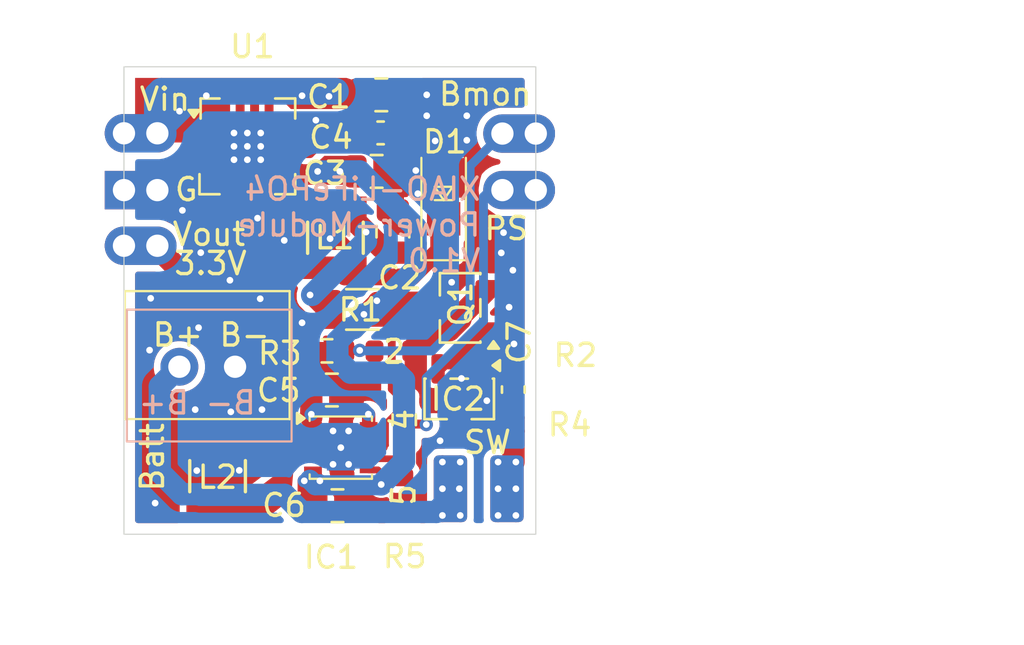
<source format=kicad_pcb>
(kicad_pcb (version 20241229) (generator "pcbnew") (generator_version "9.0")
  (layers (0 "F.Cu" signal) (2 "B.Cu" signal) (13 "F.Paste" user) (15 "B.Paste" user) (5 "F.SilkS" user "F.Silkscreen") (7 "B.SilkS" user "B.Silkscreen") (1 "F.Mask" user) (3 "B.Mask" user) (25 "Edge.Cuts" user))
  (net 0 "")
  (net 1 "GND")
  (net 2 "Vin")
  (net 3 "Net-(U1-VS)")
  (net 4 "Net-(U1-VREG)")
  (net 8 "VBatt")
  (net 9 "Net-(IC1-LX1)")
  (net 10 "Net-(IC1-LX2)")
  (net 11 "Vout")
  (net 12 "Net-(IC2-RESET)")
  (net 13 "/Batt_monitor")
  (net 14 "/power_save")
  (net 15 "Net-(D1-Pad1)")
  (net 16 "/VBatt2")
  (net 17 "/VBatt3")
  (footprint "Resistor_SMD:R_0603_1608Metric" (layer "F.Cu") (at 32.52 39.265 -90)
    (property "Reference" "R5" (at 2.735 -0.09 180) (layer "F.SilkS"))
    (property "Value" "R")
    (pad "1" smd roundrect (at -0.825 0 270) (size 0.8 0.95) (layers "F.Cu" "F.Mask" "F.Paste") (net 14 "/power_save"))
    (pad "2" smd roundrect (at 0.825 0 270) (size 0.8 0.95) (layers "F.Cu" "F.Mask" "F.Paste") (net 1 "GND"))
  )
  (footprint "Marcus_ICs:SON50P250X250X80-11N-D" (layer "F.Cu") (at 29.74125 37.10875)
    (property "Reference" "IC1" (at -0.44125 4.92125 180) (layer "F.SilkS"))
    (property "Value" "RT6150B-33GQW" (hide yes))
    (pad "1" smd rect (at -1.25 -1 90) (size 0.3 0.8) (layers "F.Cu" "F.Mask" "F.Paste") (net 11 "Vout"))
    (pad "2" smd rect (at -1.25 -0.5 90) (size 0.3 0.8) (layers "F.Cu" "F.Mask" "F.Paste") (net 10 "Net-(IC1-LX2)"))
    (pad "3" smd rect (at -1.25 0 90) (size 0.3 0.8) (layers "F.Cu" "F.Mask" "F.Paste") (net 1 "GND"))
    (pad "4" smd rect (at -1.25 0.5 90) (size 0.3 0.8) (layers "F.Cu" "F.Mask" "F.Paste") (net 9 "Net-(IC1-LX1)"))
    (pad "5" smd rect (at -1.25 1 90) (size 0.3 0.8) (layers "F.Cu" "F.Mask" "F.Paste") (net 8 "VBatt"))
    (pad "6" smd rect (at 1.25 1 90) (size 0.3 0.8) (layers "F.Cu" "F.Mask" "F.Paste") (net 8 "VBatt"))
    (pad "7" smd rect (at 1.25 0.5 90) (size 0.3 0.8) (layers "F.Cu" "F.Mask" "F.Paste") (net 14 "/power_save"))
    (pad "8" smd rect (at 1.25 0 90) (size 0.3 0.8) (layers "F.Cu" "F.Mask" "F.Paste") (net 8 "VBatt"))
    (pad "9" smd rect (at 1.25 -0.5 90) (size 0.3 0.8) (layers "F.Cu" "F.Mask" "F.Paste") (net 1 "GND"))
    (pad "10" smd rect (at 1.25 -1 90) (size 0.3 0.8) (layers "F.Cu" "F.Mask" "F.Paste") (net 11 "Vout"))
    (pad "11" thru_hole circle (at -0.35 -0.75) (size 0.5 0.5) (drill 0.3) (layers "*.Cu" "*.Mask") (net 1 "GND"))
    (pad "11" thru_hole circle (at -0.35 0.75) (size 0.5 0.5) (drill 0.3) (layers "*.Cu" "*.Mask") (net 1 "GND"))
    (pad "11" thru_hole rect (at 0 0) (size 1.25 2.05) (drill 0.3) (layers "*.Cu" "*.Mask") (net 1 "GND"))
    (pad "11" thru_hole circle (at 0.35 -0.75) (size 0.5 0.5) (drill 0.3) (layers "*.Cu" "*.Mask") (net 1 "GND"))
    (pad "11" thru_hole circle (at 0.35 0.75) (size 0.5 0.5) (drill 0.3) (layers "*.Cu" "*.Mask") (net 1 "GND"))
  )
  (footprint "Marcus_Discretes:PMEG4010EXEX" (layer "F.Cu") (at 34.36 26.39 90)
    (property "Reference" "D1" (at 3.02 0.05 180) (layer "F.SilkS"))
    (property "Value" "PMEG10020ELXEX" (hide yes))
    (pad "1" smd rect (at -1.6 0 90) (size 1.2 1.2) (layers "F.Cu" "F.Mask" "F.Paste") (net 15 "Net-(D1-Pad1)"))
    (pad "1" smd rect (at -0.44 0 90) (size 1.5 1.5) (layers "F.Cu" "F.Mask" "F.Paste") (net 15 "Net-(D1-Pad1)"))
    (pad "2" smd rect (at 1.713 0 90) (size 1.15 1.2) (layers "F.Cu" "F.Mask" "F.Paste") (net 1 "GND"))
  )
  (footprint "Marcus_Connectors:Conn_JST-XH_1x2" (layer "F.Cu") (at 24.99 33.475)
    (property "Reference" "J1" (hide yes))
    (property "Value" "Conn_JST-XH_1x2" (hide yes))
    (fp_text user "${LABEL}" (at -3.13 5.685 90) (layer "F.SilkS") (effects (justify left bottom)))
    (pad "1" thru_hole rect (at 0 0) (size 1.7 1.7) (drill 1) (layers "*.Cu" "*.Mask") (net 1 "GND"))
    (pad "2" thru_hole circle (at -2.5 0) (size 1.7 1.7) (drill 1) (layers "*.Cu" "*.Mask") (net 17 "/VBatt3"))
  )
  (footprint "Resistor_SMD:R_0603_1608Metric" (layer "F.Cu") (at 32.59 35.86 -90)
    (property "Reference" "R4" (at 0.22 -7.43 180) (layer "F.SilkS"))
    (property "Value" "R")
    (pad "1" smd roundrect (at -0.825 0 270) (size 0.8 0.95) (layers "F.Cu" "F.Mask" "F.Paste") (net 8 "VBatt"))
    (pad "2" smd roundrect (at 0.825 0 270) (size 0.8 0.95) (layers "F.Cu" "F.Mask" "F.Paste") (net 14 "/power_save"))
  )
  (footprint "Capacitor_SMD:C_0805_2012Metric" (layer "F.Cu") (at 31.56 21.26)
    (property "Reference" "C1" (at -2.36 0.09 0) (layer "F.SilkS"))
    (property "Value" "10uF")
    (pad "1" smd roundrect (at -0.95 0) (size 1 1.45) (layers "F.Cu" "F.Mask" "F.Paste") (net 2 "Vin"))
    (pad "2" smd roundrect (at 0.95 0) (size 1 1.45) (layers "F.Cu" "F.Mask" "F.Paste") (net 1 "GND"))
  )
  (footprint "Capacitor_SMD:C_0805_2012Metric" (layer "F.Cu") (at 32.08 27.4 90)
    (property "Reference" "C2" (at -2.08 0.31 0) (layer "F.SilkS"))
    (property "Value" "10uF")
    (pad "1" smd roundrect (at -0.95 0 90) (size 1 1.45) (layers "F.Cu" "F.Mask" "F.Paste") (net 3 "Net-(U1-VS)"))
    (pad "2" smd roundrect (at 0.95 0 90) (size 1 1.45) (layers "F.Cu" "F.Mask" "F.Paste") (net 1 "GND"))
  )
  (footprint "Capacitor_SMD:C_0603_1608Metric" (layer "F.Cu") (at 31.53 22.97)
    (property "Reference" "C4" (at -2.23 0.2 0) (layer "F.SilkS"))
    (property "Value" "1uF")
    (pad "1" smd roundrect (at -0.775 0) (size 0.9 0.95) (layers "F.Cu" "F.Mask" "F.Paste") (net 4 "Net-(U1-VREG)"))
    (pad "2" smd roundrect (at 0.775 0) (size 0.9 0.95) (layers "F.Cu" "F.Mask" "F.Paste") (net 1 "GND"))
  )
  (footprint "Marcus_Connectors:Conn_Castellated_1x2_no_GND" (layer "F.Cu") (at 37 25.54 90)
    (property "Reference" "J7" (hide yes))
    (property "Value" "Conn_Castellation_1x2_no_GND" (hide yes))
    (pad "1" thru_hole oval (at 0 0 90) (size 1.725 3.225) (drill 1 (offset 0 0.75)) (layers "*.Cu" "*.Mask") (net 14 "/power_save"))
    (pad "1" thru_hole circle (at 0 1.5 90) (size 1.725 1.725) (drill 1) (layers "*.Cu" "*.Mask") (net 14 "/power_save"))
    (pad "2" thru_hole oval (at 2.54 0 90) (size 1.725 3.225) (drill 1 (offset 0 0.75)) (layers "*.Cu" "*.Mask") (net 13 "/Batt_monitor"))
    (pad "2" thru_hole circle (at 2.54 1.5 90) (size 1.725 1.725) (drill 1) (layers "*.Cu" "*.Mask") (net 13 "/Batt_monitor"))
  )
  (footprint "Resistor_SMD:R_0603_1608Metric" (layer "F.Cu") (at 29.12 32.76 180)
    (property "Reference" "R3" (at 2.12 -0.11 0) (layer "F.SilkS"))
    (property "Value" "R")
    (pad "1" smd roundrect (at -0.825 0 180) (size 0.8 0.95) (layers "F.Cu" "F.Mask" "F.Paste") (net 13 "/Batt_monitor"))
    (pad "2" smd roundrect (at 0.825 0 180) (size 0.8 0.95) (layers "F.Cu" "F.Mask" "F.Paste") (net 1 "GND"))
  )
  (footprint "Capacitor_SMD:C_0603_1608Metric" (layer "F.Cu") (at 37.49 34.5 90)
    (property "Reference" "C7" (at 2.13 0.26 90) (layer "F.SilkS"))
    (property "Value" "1uF")
    (pad "1" smd roundrect (at -0.775 0 90) (size 0.9 0.95) (layers "F.Cu" "F.Mask" "F.Paste") (net 16 "/VBatt2"))
    (pad "2" smd roundrect (at 0.775 0 90) (size 0.9 0.95) (layers "F.Cu" "F.Mask" "F.Paste") (net 1 "GND"))
  )
  (footprint "Marcus_Passives:INDC3225X120N" (layer "F.Cu") (at 29.5 27.68 90)
    (property "Reference" "L1" (hide yes))
    (property "Value" "4,7uH" (hide yes))
    (pad "1" smd rect (at -1.35 0 90) (size 1 2.8) (layers "F.Cu" "F.Mask" "F.Paste") (net 15 "Net-(D1-Pad1)"))
    (pad "2" smd rect (at 1.35 0 90) (size 1 2.8) (layers "F.Cu" "F.Mask" "F.Paste") (net 3 "Net-(U1-VS)"))
  )
  (footprint "Capacitor_SMD:C_0805_2012Metric" (layer "F.Cu") (at 31.35 24.7)
    (property "Reference" "C3" (at -2.33 0.08 0) (layer "F.SilkS"))
    (property "Value" "10uF")
    (pad "1" smd roundrect (at -0.95 0) (size 1 1.45) (layers "F.Cu" "F.Mask" "F.Paste") (net 8 "VBatt"))
    (pad "2" smd roundrect (at 0.95 0) (size 1 1.45) (layers "F.Cu" "F.Mask" "F.Paste") (net 1 "GND"))
  )
  (footprint "Resistor_SMD:R_1206_3216Metric" (layer "F.Cu") (at 30.71 30.9)
    (property "Reference" "R1" (at -0.09 0.02 0) (layer "F.SilkS"))
    (property "Value" "100m")
    (pad "1" smd roundrect (at -1.4625 0) (size 1.125 1.75) (layers "F.Cu" "F.Mask" "F.Paste") (roundrect_rratio 0.222222) (net 3 "Net-(U1-VS)"))
    (pad "2" smd roundrect (at 1.4625 0) (size 1.125 1.75) (layers "F.Cu" "F.Mask" "F.Paste") (roundrect_rratio 0.222222) (net 8 "VBatt"))
  )
  (footprint "Marcus_Connectors:Conn_Mechc.-solder-pad_1x2" (layer "F.Cu") (at 37.605 38.955 -90)
    (property "Reference" "SW1" (hide yes))
    (property "Value" "Switch" (hide yes))
    (property "Field4" "SW" (at -2.085 1.275 0) (layer "F.SilkS"))
    (pad "1" thru_hole circle (at -1.2 0 270) (size 0.6 0.6) (drill 0.3) (layers "*.Cu" "F.Mask" "F.Paste") (net 16 "/VBatt2"))
    (pad "1" thru_hole circle (at -1.2 0.8 270) (size 0.6 0.6) (drill 0.3) (layers "*.Cu" "F.Mask" "F.Paste") (net 16 "/VBatt2"))
    (pad "1" thru_hole roundrect (at 0 0 270) (size 3 1.5) (drill 0.3 (offset 0 0.4)) (layers "*.Cu" "F.Mask" "F.Paste") (roundrect_rratio 0.15) (net 16 "/VBatt2"))
    (pad "1" thru_hole circle (at 0 0.8 270) (size 0.6 0.6) (drill 0.3) (layers "*.Cu" "F.Mask" "F.Paste") (net 16 "/VBatt2"))
    (pad "1" thru_hole circle (at 1.2 0 270) (size 0.6 0.6) (drill 0.3) (layers "*.Cu" "F.Mask" "F.Paste") (net 16 "/VBatt2"))
    (pad "1" thru_hole circle (at 1.2 0.8 270) (size 0.6 0.6) (drill 0.3) (layers "*.Cu" "F.Mask" "F.Paste") (net 16 "/VBatt2"))
    (pad "2" thru_hole circle (at -1.2 2.5 270) (size 0.6 0.6) (drill 0.3) (layers "*.Cu" "F.Mask" "F.Paste") (net 17 "/VBatt3"))
    (pad "2" thru_hole circle (at -1.2 3.3 270) (size 0.6 0.6) (drill 0.3) (layers "*.Cu" "F.Mask" "F.Paste") (net 17 "/VBatt3"))
    (pad "2" thru_hole roundrect (at 0 2.54 270) (size 3 1.5) (drill 0.3 (offset 0 0.4)) (layers "*.Cu" "F.Mask" "F.Paste") (roundrect_rratio 0.15) (net 17 "/VBatt3"))
    (pad "2" thru_hole circle (at 0 3.3 270) (size 0.6 0.6) (drill 0.3) (layers "*.Cu" "F.Mask" "F.Paste") (net 17 "/VBatt3"))
    (pad "2" thru_hole circle (at 1.2 2.5 270) (size 0.6 0.6) (drill 0.3) (layers "*.Cu" "F.Mask" "F.Paste") (net 17 "/VBatt3"))
    (pad "2" thru_hole circle (at 1.2 3.3 270) (size 0.6 0.6) (drill 0.3) (layers "*.Cu" "F.Mask" "F.Paste") (net 17 "/VBatt3"))
  )
  (footprint "Marcus_Passives:INDC3225X120N" (layer "F.Cu") (at 24.205 38.39 90)
    (property "Reference" "L2" (hide yes))
    (property "Value" "2,2uH" (hide yes))
    (pad "1" smd rect (at -1.35 0 90) (size 1 2.8) (layers "F.Cu" "F.Mask" "F.Paste") (net 9 "Net-(IC1-LX1)"))
    (pad "2" smd rect (at 1.35 0 90) (size 1 2.8) (layers "F.Cu" "F.Mask" "F.Paste") (net 10 "Net-(IC1-LX2)"))
  )
  (footprint "Capacitor_SMD:C_0805_2012Metric" (layer "F.Cu") (at 29.34 34.52)
    (property "Reference" "C5" (at -2.39 0.02 0) (layer "F.SilkS"))
    (property "Value" "47u")
    (pad "1" smd roundrect (at -0.95 0) (size 1 1.45) (layers "F.Cu" "F.Mask" "F.Paste") (net 11 "Vout"))
    (pad "2" smd roundrect (at 0.95 0) (size 1 1.45) (layers "F.Cu" "F.Mask" "F.Paste") (net 1 "GND"))
  )
  (footprint "Capacitor_SMD:C_0805_2012Metric" (layer "F.Cu") (at 29.59125 39.71875)
    (property "Reference" "C6" (at -2.40125 -0.01875 0) (layer "F.SilkS"))
    (property "Value" "47u")
    (pad "1" smd roundrect (at -0.95 0) (size 1 1.45) (layers "F.Cu" "F.Mask" "F.Paste") (net 8 "VBatt"))
    (pad "2" smd roundrect (at 0.95 0) (size 1 1.45) (layers "F.Cu" "F.Mask" "F.Paste") (net 1 "GND"))
  )
  (footprint "Marcus_ICs:SOT-23-3_Marcus" (layer "F.Cu") (at 35.1 30.83 180)
    (property "Reference" "Q1" (at -0.03 0.17 90) (layer "F.SilkS"))
    (property "Value" "AO3415")
    (pad "1" smd roundrect (at -1.35 -0.95 180) (size 1.325 0.6) (layers "F.Cu" "F.Mask" "F.Paste") (net 12 "Net-(IC2-RESET)"))
    (pad "2" smd roundrect (at -1.35 0.95 180) (size 1.325 0.6) (layers "F.Cu" "F.Mask" "F.Paste") (net 16 "/VBatt2"))
    (pad "3" smd roundrect (at 1.35 0 180) (size 1.325 0.6) (layers "F.Cu" "F.Mask" "F.Paste") (net 8 "VBatt"))
  )
  (footprint "Marcus_Connectors:Conn_Castellated_1x3_GND_moved" (layer "F.Cu") (at 21.5 23 -90)
    (property "Reference" "J2" (hide yes))
    (property "Value" "Conn_Castellation_1x3" (hide yes))
    (pad "1" thru_hole rect (at 2.54 0 270) (size 1.725 1.725) (drill 1) (layers "*.Cu" "*.Mask") (net 1 "GND"))
    (pad "1" thru_hole rect (at 2.54 1.5 270) (size 1.725 1.725) (drill 1) (layers "*.Cu" "*.Mask") (net 1 "GND"))
    (pad "2" thru_hole oval (at -0.0125 0 270) (size 1.725 3.225) (drill 1 (offset 0 0.75)) (layers "*.Cu" "*.Mask") (net 2 "Vin"))
    (pad "2" thru_hole circle (at -0.0125 1.5 270) (size 1.725 1.725) (drill 1) (layers "*.Cu" "*.Mask") (net 2 "Vin"))
    (pad "3" thru_hole oval (at 5.04 0 270) (size 1.725 3.225) (drill 1 (offset 0 0.75)) (layers "*.Cu" "*.Mask") (net 11 "Vout"))
    (pad "3" thru_hole circle (at 5.04 1.5 270) (size 1.725 1.725) (drill 1) (layers "*.Cu" "*.Mask") (net 11 "Vout"))
  )
  (footprint "Marcus_ICs:SOT-23-3_Marcus" (layer "F.Cu") (at 35.06 34.92 -90)
    (property "Reference" "IC2" (at 0.01 0.06 180) (layer "F.SilkS"))
    (property "Value" "APX810S-31SA-7")
    (pad "1" smd roundrect (at -1.35 -0.95 270) (size 1.325 0.6) (layers "F.Cu" "F.Mask" "F.Paste") (net 1 "GND"))
    (pad "2" smd roundrect (at -1.35 0.95 270) (size 1.325 0.6) (layers "F.Cu" "F.Mask" "F.Paste") (net 12 "Net-(IC2-RESET)"))
    (pad "3" smd roundrect (at 1.35 0 270) (size 1.325 0.6) (layers "F.Cu" "F.Mask" "F.Paste") (net 16 "/VBatt2"))
  )
  (footprint "Resistor_SMD:R_0603_1608Metric" (layer "F.Cu") (at 32.08 32.77 180)
    (property "Reference" "R2" (at -8.2 -0.19 0) (layer "F.SilkS"))
    (property "Value" "R")
    (pad "1" smd roundrect (at -0.825 0 180) (size 0.8 0.95) (layers "F.Cu" "F.Mask" "F.Paste") (net 16 "/VBatt2"))
    (pad "2" smd roundrect (at 0.825 0 180) (size 0.8 0.95) (layers "F.Cu" "F.Mask" "F.Paste") (net 13 "/Batt_monitor"))
  )
  (footprint "Marcus_ICs:TP5000-QFN16" (layer "F.Cu") (at 25.5425 23.575)
    (property "Reference" "U1" (at 0.2275 -4.485 0) (layer "F.SilkS"))
    (property "Value" "TP5000-QFN16")
    (pad "1" smd oval (at -2 -0.975 90) (size 0.4 1.2) (layers "F.Cu" "F.Mask" "F.Paste") (net 2 "Vin"))
    (pad "2" smd oval (at -2 -0.325 90) (size 0.4 1.2) (layers "F.Cu" "F.Mask" "F.Paste") (net 2 "Vin"))
    (pad "3" smd oval (at -2 0.325 90) (size 0.4 1.2) (layers "F.Cu" "F.Mask" "F.Paste") (net 15 "Net-(D1-Pad1)"))
    (pad "4" smd oval (at -2 0.975 90) (size 0.4 1.2) (layers "F.Cu" "F.Mask" "F.Paste") (net 15 "Net-(D1-Pad1)"))
    (pad "5" smd oval (at -0.975 2) (size 0.4 1.2) (layers "F.Cu" "F.Mask" "F.Paste") (net 15 "Net-(D1-Pad1)"))
    (pad "6" smd oval (at -0.325 2) (size 0.4 1.2) (layers "F.Cu" "F.Mask" "F.Paste") (net 1 "GND"))
    (pad "7" smd oval (at 0.325 2) (size 0.4 1.2) (layers "F.Cu" "F.Mask" "F.Paste") (net 1 "GND"))
    (pad "8" smd oval (at 0.975 2) (size 0.4 1.2) (layers "F.Cu" "F.Mask" "F.Paste") (net 3 "Net-(U1-VS)"))
    (pad "9" smd oval (at 2 0.975 90) (size 0.4 1.2) (layers "F.Cu" "F.Mask" "F.Paste") (net 8 "VBatt"))
    (pad "10" smd oval (at 2 0.325 90) (size 0.4 1.2) (layers "F.Cu" "F.Mask" "F.Paste") (net 4 "Net-(U1-VREG)"))
    (pad "11" smd oval (at 2 -0.325 90) (size 0.4 1.2) (layers "F.Cu" "F.Mask" "F.Paste") (net 1 "GND"))
    (pad "12" smd oval (at 2 -0.975 90) (size 0.4 1.2) (layers "F.Cu" "F.Mask" "F.Paste") (net 1 "GND"))
    (pad "13" smd oval (at 0.975 -2) (size 0.4 1.2) (layers "F.Cu" "F.Mask" "F.Paste"))
    (pad "14" smd oval (at 0.325 -2) (size 0.4 1.2) (layers "F.Cu" "F.Mask" "F.Paste"))
    (pad "15" smd oval (at -0.325 -2) (size 0.4 1.2) (layers "F.Cu" "F.Mask" "F.Paste"))
    (pad "16" smd oval (at -0.975 -2) (size 0.4 1.2) (layers "F.Cu" "F.Mask" "F.Paste") (net 2 "Vin"))
    (pad "17" thru_hole circle (at -0.6 -0.6) (size 0.4 0.4) (drill 0.3) (property pad_prop_heatsink) (layers "*.Cu" "*.Mask") (net 1 "GND"))
    (pad "17" thru_hole circle (at -0.6 0) (size 0.4 0.4) (drill 0.3) (property pad_prop_heatsink) (layers "*.Cu" "*.Mask") (net 1 "GND"))
    (pad "17" thru_hole circle (at -0.6 0.6) (size 0.4 0.4) (drill 0.3) (property pad_prop_heatsink) (layers "*.Cu" "*.Mask") (net 1 "GND"))
    (pad "17" thru_hole circle (at 0 -0.6) (size 0.4 0.4) (drill 0.3) (property pad_prop_heatsink) (layers "*.Cu" "*.Mask") (net 1 "GND"))
    (pad "17" smd roundrect (at 0 0) (size 2.1 2.1) (layers "F.Cu" "F.Mask") (roundrect_rratio 0) (chamfer_ratio 0.1) (chamfer top_left) (net 1 "GND"))
    (pad "17" thru_hole roundrect (at 0 0) (size 2.1 2.1) (drill 0.3) (property pad_prop_heatsink) (layers "*.Cu" "*.Mask") (roundrect_rratio 0) (chamfer_ratio 0.1) (chamfer top_left) (net 1 "GND"))
    (pad "17" thru_hole circle (at 0 0.6) (size 0.4 0.4) (drill 0.3) (property pad_prop_heatsink) (layers "*.Cu" "*.Mask") (net 1 "GND"))
    (pad "17" thru_hole circle (at 0.6 -0.6) (size 0.4 0.4) (drill 0.3) (property pad_prop_heatsink) (layers "*.Cu" "*.Mask") (net 1 "GND"))
    (pad "17" thru_hole circle (at 0.6 0) (size 0.4 0.4) (drill 0.3) (property pad_prop_heatsink) (layers "*.Cu" "*.Mask") (net 1 "GND"))
    (pad "17" thru_hole circle (at 0.6 0.6) (size 0.4 0.4) (drill 0.3) (property pad_prop_heatsink) (layers "*.Cu" "*.Mask") (net 1 "GND"))
  )
  (gr_poly (pts (xy 20.5 20.5) (xy 20.5 23.4) (xy 24 23.4) (xy 24 22.4) (xy 24.4 22) (xy 24.7 22) (xy 24.7 21) (xy 25.1 20.7) (xy 26.7 20.7) (xy 27.1 21.2) (xy 27.1 21.5) (xy 27.5 21.9) (xy 29 21.9) (xy 29.6 21.9) (xy 29.9 21.9) (xy 30.3 21.9) (xy 30.3 20.6) (xy 30 20.5)) (fill yes) (layer "F.Cu") (net 2))
  (gr_poly (pts (xy 29 24) (xy 28.6 24.38) (xy 27.12 24.37) (xy 27.1 24.7) (xy 28.1 25.3) (xy 30.2 25.3) (xy 30.2 24)) (fill yes) (layer "F.Cu") (net 8))
  (gr_poly (pts (xy 28.1 38.2) (xy 27.9 38.4) (xy 27.8 38.6) (xy 27.8 40.15) (xy 28 40.35) (xy 28.3 40.35) (xy 29.1 40.15) (xy 29.1 38.55) (xy 28.9 38.3) (xy 28.85 38.15)) (fill yes) (layer "F.Cu") (net 8))
  (gr_poly (pts (xy 25.55 40.24) (xy 26.45 40.24) (xy 27.5 39.42) (xy 27.6 38.27) (xy 28 37.75) (xy 28.01 37.46) (xy 27.79 37.61) (xy 27.61 37.72) (xy 25.59 39.25) (xy 25.56 40.23)) (fill yes) (layer "F.Cu") (net 9))
  (gr_poly (pts (xy 33.35 25.1) (xy 33.37 25.77) (xy 35.14 25.779) (xy 35.41 25.97) (xy 35.411 26.99) (xy 36.81 27.08) (xy 37.05 26.89) (xy 36.4 26.43) (xy 36.32 26.36) (xy 36.22 26.27) (xy 36.14 26.17) (xy 36.09 26.1) (xy 36.02 25.97) (xy 35.98 25.86) (xy 35.95 25.73) (xy 35.94 25.65) (xy 35.93 25.54) (xy 35.94 25.42) (xy 36 25.08) (xy 36.08 24.79) (xy 34.44 24.77)) (fill yes) (layer "F.Cu") (net 1))
  (gr_poly (pts (xy 26.6 22.8) (xy 27 22.6) (xy 28.6 22.6) (xy 28.6 22.8) (xy 28.2 23.2) (xy 26.4 23.2) (xy 26.4 22.8)) (fill yes) (layer "F.Cu") (net 1))
  (gr_poly (pts (xy 33.28 34.91) (xy 33.26 34.7) (xy 33.21 34.6) (xy 33.13 34.52) (xy 33.05 34.47) (xy 32.96 34.43) (xy 32.84 34.4) (xy 32.71 34.39) (xy 32.62 33.99) (xy 33.47 33.95) (xy 33.6 33.99) (xy 33.6 34.13) (xy 33.62 34.22) (xy 33.66 34.3) (xy 33.72 34.36) (xy 33.81 34.42) (xy 33.92 34.45) (xy 33.92 34.79) (xy 33.44 34.94)) (fill yes) (layer "F.Cu") (net 16))
  (gr_poly (pts (xy 26 26.2) (xy 26.4 26.6) (xy 26 27) (xy 25.2 26.2) (xy 25.2 24.4) (xy 26 24.4)) (fill yes) (layer "F.Cu") (net 1))
  (gr_poly (pts (xy 26.6 25.05) (xy 28.2 25.9) (xy 28.2 26.775) (xy 27.2 26.775) (xy 26.6 26.1)) (stroke (width 0.1)) (fill yes) (layer "F.Cu") (net 3))
  (gr_poly (pts (xy 25.6 37.54) (xy 25.61 37.54) (xy 27.42 36.75) (xy 27.42 36.46) (xy 25.6 36.54)) (fill yes) (layer "F.Cu") (net 10))
  (gr_rect (start 20.13 30.91) (end 27.53 36.83) (stroke (width 0.1)) (fill no) (layer "B.SilkS"))
  (gr_rect (start 20 20) (end 38.5 41) (stroke (width 0.05)) (fill no) (layer "Edge.Cuts"))
  (gr_text "5" (at 33.15 39.81 90) (layer "F.SilkS") (effects (font (size 1 1)) (justify left bottom)))
  (gr_text "4" (at 33.08 36.43 90) (layer "F.SilkS") (effects (font (size 1 1)) (justify left bottom)))
  (gr_text "3.3V" (at 22.17 29.42 0) (layer "F.SilkS") (effects (font (size 1 1)) (justify left bottom)))
  (gr_text "B+ B-" (at 21.2 32.63 0) (layer "F.SilkS") (effects (font (size 1 1)) (justify left bottom)))
  (gr_text "2" (at 31.56 33.37 0) (layer "F.SilkS") (effects (font (size 1 1)) (justify left bottom)))
  (gr_text "L1" (at 28.48 28.26 0) (layer "F.SilkS") (effects (font (size 1 1)) (justify left bottom)))
  (gr_text "L2" (at 23.22 39.02 0) (layer "F.SilkS") (effects (font (size 1 1)) (justify left bottom)))
  (gr_text "Vout" (at 22.1 28.11 0) (layer "F.SilkS") (effects (font (size 1 1)) (justify left bottom)))
  (gr_text "Vin" (at 20.62 22.04 0) (layer "F.SilkS") (effects (font (size 1 1)) (justify left bottom)))
  (gr_text "Bmon" (at 34.06 21.81 0) (layer "F.SilkS") (effects (font (size 1 1)) (justify left bottom)))
  (gr_text "G" (at 22.2 26.1 0) (layer "F.SilkS") (effects (font (size 1 1)) (justify left bottom)))
  (gr_text "PS" (at 36.1 27.85 0) (layer "F.SilkS") (effects (font (size 1 1)) (justify left bottom)))
  (gr_text "XIAO-LiFePO4\nPower-Module\nV1.0" (at 36.1 29.3 0) (layer "B.SilkS") (effects (font (size 1 1)) (justify left bottom mirror)))
  (gr_text "B- B+" (at 26.01 35.68 0) (layer "B.SilkS") (effects (font (size 1 1)) (justify left bottom mirror)))
  (segment (start 26.75 27.3) (end 26.75 27.46) (width 0.2) (layer "F.Cu") (net 1))
  (segment (start 22.625 26.45) (end 22.25 26.45) (width 1.2) (layer "F.Cu") (net 1))
  (segment (start 27.48693 37.10875) (end 26.95568 37.64) (width 0.2) (layer "F.Cu") (net 1))
  (segment (start 25.8675 23.9) (end 25.5425 23.575) (width 0.4) (layer "F.Cu") (net 1))
  (segment (start 24.13 35.58) (end 24.99 34.72) (width 0.2) (layer "F.Cu") (net 1))
  (segment (start 33.833 24.66) (end 33.84 24.667) (width 0.2) (layer "F.Cu") (net 1))
  (segment (start 25.8675 26.4175) (end 26.75 27.3) (width 0.2) (layer "F.Cu") (net 1))
  (segment (start 30.26 34.52) (end 30.26125 34.51875) (width 0.2) (layer "F.Cu") (net 1))
  (segment (start 26.51 27.54) (end 25.2175 26.2475) (width 0.3) (layer "F.Cu") (net 1))
  (segment (start 25.23 23.6875) (end 25.555 23.3625) (width 0.2) (layer "F.Cu") (net 1))
  (segment (start 26.75 27.46) (end 26.67 27.54) (width 0.2) (layer "F.Cu") (net 1))
  (segment (start 24.99 34.72) (end 24.99 33.475) (width 0.2) (layer "F.Cu") (net 1))
  (segment (start 36.83 27.45) (end 36.58 27.2) (width 0.2) (layer "F.Cu") (net 1))
  (segment (start 26.725 30.225) (end 28.295 31.795) (width 0.2) (layer "F.Cu") (net 1))
  (segment (start 35.411 25.951) (end 35.239 25.779) (width 0.2) (layer "F.Cu") (net 1))
  (segment (start 28.49125 37.10875) (end 27.48693 37.10875) (width 0.2) (layer "F.Cu") (net 1))
  (segment (start 28.45 22.57) (end 28.1 22.57) (width 0.2) (layer "F.Cu") (net 1))
  (segment (start 29.84125 37.90875) (end 29.84125 37.20875) (width 0.2) (layer "F.Cu") (net 1))
  (segment (start 37.46 33.725) (end 37.3825 33.6475) (width 0.2) (layer "F.Cu") (net 1))
  (segment (start 25.725 30.225) (end 25.09 29.59) (width 0.2) (layer "F.Cu") (net 1))
  (segment (start 30.233094 34.52) (end 30.29 34.52) (width 0.6) (layer "F.Cu") (net 1))
  (segment (start 28.79 22.57) (end 28.88 22.57) (width 0.2) (layer "F.Cu") (net 1))
  (segment (start 27.5425 23.25) (end 25.8675 23.25) (width 0.4) (layer "F.Cu") (net 1))
  (segment (start 32.45 40.02) (end 32.52 40.09) (width 0.2) (layer "F.Cu") (net 1))
  (segment (start 32.315 21.385) (end 32.5 21.2) (width 0.2) (layer "F.Cu") (net 1))
  (segment (start 21.5 25.65) (end 21.5 25.825) (width 0.8) (layer "F.Cu") (net 1))
  (segment (start 25.2175 23.9) (end 25.5425 23.575) (width 0.4) (layer "F.Cu") (net 1))
  (segment (start 30.55125 39.71875) (end 30.54125 39.71875) (width 0.2) (layer "F.Cu") (net 1))
  (segment (start 30.26 34.52) (end 30.26 34.34) (width 0.2) (layer "F.Cu") (net 1))
  (segment (start 24.76 29.59) (end 24.76 29.26) (width 0.2) (layer "F.Cu") (net 1))
  (segment (start 24.76 29.26) (end 23.85 28.35) (width 0.2) (layer "F.Cu") (net 1))
  (segment (start 29.74125 35.06875) (end 30.29 34.52) (width 1) (layer "F.Cu") (net 1))
  (segment (start 36.58 27.2) (end 35.411 27.2) (width 0.2) (layer "F.Cu") (net 1))
  (segment (start 26.93 22.6) (end 26.78 22.75) (width 0.4) (layer "F.Cu") (net 1))
  (segment (start 28.88 22.57) (end 28.88 22.59) (width 0.2) (layer "F.Cu") (net 1))
  (segment (start 28.22 23.25) (end 27.5425 23.25) (width 0.2) (layer "F.Cu") (net 1))
  (segment (start 25.8675 23.25) (end 25.5425 23.575) (width 0.2) (layer "F.Cu") (net 1))
  (segment (start 33.11 24.66) (end 33.833 24.66) (width 0.2) (layer "F.Cu") (net 1))
  (segment (start 32.315 22.91) (end 32.315 21.385) (width 0.2) (layer "F.Cu") (net 1))
  (segment (start 27.5425 22.6) (end 26.93 22.6) (width 0.4) (layer "F.Cu") (net 1))
  (segment (start 29.74125 37.10875) (end 29.74125 38.19125) (width 1) (layer "F.Cu") (net 1))
  (segment (start 30.99125 36.60875) (end 30.24125 36.60875) (width 0.2) (layer "F.Cu") (net 1))
  (segment (start 37.05 27.45) (end 36.83 27.45) (width 0.2) (layer "F.Cu") (net 1))
  (segment (start 21.43 37.61) (end 21.43 36.2) (width 0.2) (layer "F.Cu") (net 1))
  (segment (start 25.2175 26.2475) (end 25.2175 25.575) (width 0.3) (layer "F.Cu") (net 1))
  (segment (start 25.88 23.6875) (end 25.555 23.3625) (width 0.2) (layer "F.Cu") (net 1))
  (segment (start 29.74125 37.10875) (end 29.74125 35.06875) (width 1) (layer "F.Cu") (net 1))
  (segment (start 28.473094 32.76) (end 30.233094 34.52) (width 0.6) (layer "F.Cu") (net 1))
  (segment (start 29.85 38.3) (end 29.85 39.0275) (width 1) (layer "F.Cu") (net 1))
  (segment (start 25.09 29.59) (end 24.76 29.59) (width 0.2) (layer "F.Cu") (net 1))
  (segment (start 21.5 25.54) (end 21.5 25.65) (width 0.2) (layer "F.Cu") (net 1))
  (segment (start 26.67 27.54) (end 26.51 27.54) (width 0.2) (layer "F.Cu") (net 1))
  (segment (start 28.1 22.57) (end 28.07 22.6) (width 0.2) (layer "F.Cu") (net 1))
  (segment (start 25.925 30.225) (end 25.725 30.225) (width 0.2) (layer "F.Cu") (net 1))
  (segment (start 22.25 26.45) (end 21.625 25.825) (width 1.2) (layer "F.Cu") (net 1))
  (segment (start 29.85 39.0275) (end 30.54125 39.71875) (width 1) (layer "F.Cu") (net 1))
  (segment (start 28.62 22.4) (end 28.45 22.57) (width 0.2) (layer "F.Cu") (net 1))
  (segment (start 26.78 22.75) (end 26.33 22.75) (width 0.4) (layer "F.Cu") (net 1))
  (segment (start 28.295 31.795) (end 28.295 32.76) (width 0.2) (layer "F.Cu") (net 1))
  (segment (start 26.315 30.225) (end 26.725 30.225) (width 0.2) (layer "F.Cu") (net 1))
  (segment (start 33.309 25.809) (end 33.2 25.7) (width 0.2) (layer "F.Cu") (net 1))
  (segment (start 33.84 24.667) (end 34.42 24.667) (width 0.2) (layer "F.Cu") (net 1))
  (segment (start 32.38 24.66) (end 33.11 24.66) (width 0.2) (layer "F.Cu") (net 1))
  (segment (start 28.88 22.59) (end 28.22 23.25) (width 0.2) (layer "F.Cu") (net 1))
  (segment (start 25.8675 25.575) (end 25.8675 26.4175) (width 0.3) (layer "F.Cu") (net 1))
  (segment (start 26.23 38.02) (end 25.46 38.02) (width 0.2) (layer "F.Cu") (net 1))
  (segment (start 23.85 28.35) (end 23.45 28.35) (width 0.2) (layer "F.Cu") (net 1))
  (segment (start 28.295 32.76) (end 28.473094 32.76) (width 0.6) (layer "F.Cu") (net 1))
  (segment (start 25.08 38.4) (end 22.22 38.4) (width 0.2) (layer "F.Cu") (net 1))
  (segment (start 28.62 22.4) (end 28.79 22.57) (width 0.2) (layer "F.Cu") (net 1))
  (segment (start 25.2175 25.575) (end 25.2175 23.9) (width 0.4) (layer "F.Cu") (net 1))
  (segment (start 26.95568 37.64) (end 26.61 37.64) (width 0.2) (layer "F.Cu") (net 1))
  (segment (start 28.07 22.6) (end 27.5425 22.6) (width 0.2) (layer "F.Cu") (net 1))
  (segment (start 30.64125 39.80875) (end 30.64125 39.73125) (width 0.4) (layer "F.Cu") (net 1))
  (segment (start 30.24125 36.60875) (end 29.74125 37.10875) (width 0.2) (layer "F.Cu") (net 1))
  (segment (start 35.239 25.779) (end 33.309 25.779) (width 0.2) (layer "F.Cu") (net 1))
  (segment (start 25.88 23.0375) (end 25.555 23.3625) (width 0.4) (layer "F.Cu") (net 1))
  (segment (start 29.74125 38.19125) (end 29.85 38.3) (width 1) (layer "F.Cu") (net 1))
  (segment (start 25.8675 25.575) (end 25.8675 23.9) (width 0.4) (layer "F.Cu") (net 1))
  (segment (start 37.3825 33.6475) (end 36.1675 33.6475) (width 0.2) (layer "F.Cu") (net 1))
  (segment (start 33.309 25.779) (end 33.309 25.809) (width 0.2) (layer "F.Cu") (net 1))
  (segment (start 23.45 27.95) (end 22.625 27.125) (width 0.2) (layer "F.Cu") (net 1))
  (segment (start 28.49125 37.10875) (end 29.74125 37.10875) (width 0.2) (layer "F.Cu") (net 1))
  (segment (start 30.64125 39.80875) (end 30.55125 39.71875) (width 0.2) (layer "F.Cu") (net 1))
  (segment (start 24.13 35.59) (end 24.13 35.58) (width 0.2) (layer "F.Cu") (net 1))
  (segment (start 22.625 27.125) (end 22.625 26.45) (width 0.2) (layer "F.Cu") (net 1))
  (segment (start 21.43 36.2) (end 22.04 35.59) (width 0.2) (layer "F.Cu") (net 1))
  (segment (start 30.75 39.7) (end 30.64125 39.80875) (width 0.2) (layer "F.Cu") (net 1))
  (segment (start 30.54125 39.71875) (end 30.8425 40.02) (width 0.2) (layer "F.Cu") (net 1))
  (segment (start 26.12 30.42) (end 25.925 30.225) (width 0.2) (layer "F.Cu") (net 1))
  (segment (start 26.61 37.64) (end 26.23 38.02) (width 0.2) (layer "F.Cu") (net 1))
  (segment (start 22.22 38.4) (end 21.43 37.61) (width 0.2) (layer "F.Cu") (net 1))
  (segment (start 21.5 25.825) (end 21.625 25.825) (width 1) (layer "F.Cu") (net 1))
  (segment (start 30.64125 39.73125) (end 30.62875 39.71875) (width 0.4) (layer "F.Cu") (net 1))
  (segment (start 32.52 40.09) (end 32.52 39.97) (width 0.2) (layer "F.Cu") (net 1))
  (segment (start 32.48 24.66) (end 32.48 23.075) (width 0.2) (layer "F.Cu") (net 1))
  (segment (start 35.411 27.2) (end 35.411 25.951) (width 0.2) (layer "F.Cu") (net 1))
  (segment (start 26.12 30.42) (end 26.315 30.225) (width 0.2) (layer "F.Cu") (net 1))
  (segment (start 22.04 35.59) (end 24.13 35.59) (width 0.2) (layer "F.Cu") (net 1))
  (segment (start 23.45 28.35) (end 23.45 27.95) (width 0.2) (layer "F.Cu") (net 1))
  (segment (start 32.48 23.075) (end 32.315 22.91) (width 0.2) (layer "F.Cu") (net 1))
  (segment (start 25.46 38.02) (end 25.08 38.4) (width 0.2) (layer "F.Cu") (net 1))
  (segment (start 32.38 26.62) (end 32.38 24.66) (width 0.2) (layer "F.Cu") (net 1))
  (via (at 37.52 32.45) (size 0.6) (drill 0.3) (layers "F.Cu" "B.Cu") (net 1))
  (via (at 28.62 22.4) (size 0.6) (drill 0.3) (layers "F.Cu" "B.Cu") (net 1))
  (via (at 26.2 35.4) (size 0.6) (drill 0.3) (layers "F.Cu" "B.Cu") (net 1))
  (via (at 36.95 28.36) (size 0.6) (drill 0.3) (layers "F.Cu" "B.Cu") (net 1))
  (via (at 23.27 38.14) (size 0.6) (drill 0.3) (layers "F.Cu" "B.Cu") (net 1))
  (via (at 24.76 29.59) (size 0.6) (drill 0.3) (layers "F.Cu" "B.Cu") (net 1))
  (via (at 26.12 30.42) (size 0.6) (drill 0.3) (layers "F.Cu" "B.Cu") (net 1))
  (via (at 37.05 27.45) (size 0.6) (drill 0.3) (layers "F.Cu" "B.Cu") (net 1))
  (via (at 25.18 38.13) (size 0.6) (drill 0.3) (layers "F.Cu" "B.Cu") (net 1))
  (via (at 23.45 28.35) (size 0.6) (drill 0.3) (layers "F.Cu" "B.Cu") (net 1))
  (via (at 26 26.8) (size 0.6) (drill 0.3) (layers "F.Cu" "B.Cu") (net 1))
  (via (at 27.2 27.8) (size 0.6) (drill 0.3) (layers "F.Cu" "B.Cu") (net 1))
  (via (at 33.2 25.7) (size 0.6) (drill 0.3) (layers "F.Cu" "B.Cu") (net 1))
  (via (at 34.2 36.8) (size 0.6) (drill 0.3) (layers "F.Cu" "B.Cu") (net 1))
  (via (at 35.4 23.3) (size 0.6) (drill 0.3) (layers "F.Cu" "B.Cu") (net 1))
  (via (at 23.2 35.4) (size 0.6) (drill 0.3) (layers "F.Cu" "B.Cu") (net 1))
  (via (at 33.6 22.2) (size 0.6) (drill 0.3) (layers "F.Cu" "B.Cu") (net 1))
  (via (at 22.625 26.45) (size 0.6) (drill 0.3) (layers "F.Cu" "B.Cu") (net 1))
  (via (at 37.3 30.8) (size 0.6) (drill 0.3) (layers "F.Cu" "B.Cu") (net 1))
  (via (at 21.4 39.6) (size 0.6) (drill 0.3) (layers "F.Cu" "B.Cu") (net 1))
  (via (at 24.8 35.5) (size 0.6) (drill 0.3) (layers "F.Cu" "B.Cu") (net 1))
  (via (at 29.26 27.72) (size 0.6) (drill 0.3) (layers "F.Cu" "B.Cu") (net 1))
  (via (at 34.72 29.68) (size 0.6) (drill 0.3) (layers "F.Cu" "B.Cu") (net 1))
  (via (at 33.11 24.66) (size 0.6) (drill 0.3) (layers "F.Cu" "B.Cu") (net 1))
  (via (at 33.98 23.33) (size 0.6) (drill 0.3) (layers "F.Cu" "B.Cu") (net 1))
  (via (at 28 31.5) (size 0.6) (drill 0.3) (layers "F.Cu" "B.Cu") (net 1))
  (via (at 36.3 35) (size 0.6) (drill 0.3) (layers "F.Cu" "B.Cu") (net 1))
  (via (at 33.6 21.26) (size 0.6) (drill 0.3) (layers "F.Cu" "B.Cu") (net 1))
  (via (at 35.4 22.2) (size 0.6) (drill 0.3) (layers "F.Cu" "B.Cu") (net 1))
  (via (at 35.16 34) (size 0.6) (drill 0.3) (layers "F.Cu" "B.Cu") (net 1))
  (via (at 21.2 30.4) (size 0.6) (drill 0.3) (layers "F.Cu" "B.Cu") (net 1))
  (via (at 37.47 29.14) (size 0.6) (drill 0.3) (layers "F.Cu" "B.Cu") (net 1))
  (via (at 21.15 32.73) (size 0.6) (drill 0.3) (layers "F.Cu" "B.Cu") (net 1))
  (via (at 23.35 31.72) (size 0.6) (drill 0.3) (layers "F.Cu" "B.Cu") (net 1))
  (segment (start 34.2 36.8) (end 33.49 37.51) (width 0.2) (layer "B.Cu") (net 1))
  (segment (start 33.49 37.51) (end 33.49 38.83) (width 0.2) (layer "B.Cu") (net 1))
  (segment (start 21.5 23) (end 21.6 23) (width 0.2) (layer "F.Cu") (net 2))
  (segment (start 24.6685 20.674) (end 30.074 20.674) (width 0.2) (layer "F.Cu") (net 2))
  (segment (start 24.5675 20.775) (end 24.6685 20.674) (width 0.2) (layer "F.Cu") (net 2))
  (segment (start 30.4925 21.2) (end 29.9665 20.674) (width 0.2) (layer "F.Cu") (net 2))
  (segment (start 23.5425 22.6) (end 24.5675 21.575) (width 0.2) (layer "F.Cu") (net 2))
  (segment (start 21.6 23) (end 22 22.6) (width 0.2) (layer "F.Cu") (net 2))
  (segment (start 23.5425 23.25) (end 23.5425 22.6) (width 0.2) (layer "F.Cu") (net 2))
  (segment (start 24.5675 21.575) (end 24.5675 20.775) (width 0.2) (layer "F.Cu") (net 2))
  (via (at 29.21 21.33) (size 0.6) (drill 0.3) (layers "F.Cu" "B.Cu") (net 2))
  (via (at 23.7 21.3) (size 0.6) (drill 0.3) (layers "F.Cu" "B.Cu") (net 2))
  (via (at 22.49375 21.99375) (size 0.6) (drill 0.3) (layers "F.Cu" "B.Cu") (net 2))
  (via (at 28 21.3) (size 0.6) (drill 0.3) (layers "F.Cu" "B.Cu") (net 2))
  (segment (start 21.5 21.28) (end 21.679 21.101) (width 1.2) (layer "B.Cu") (net 2))
  (segment (start 23.1875 21.3) (end 22.49375 21.99375) (width 1) (layer "B.Cu") (net 2))
  (segment (start 21.679 21.101) (end 29.501 21.101) (width 1.2) (layer "B.Cu") (net 2))
  (segment (start 21.5 22.9875) (end 21.5 21.28) (width 1.2) (layer "B.Cu") (net 2))
  (segment (start 22.49375 21.99375) (end 21.5 22.9875) (width 1) (layer "B.Cu") (net 2))
  (segment (start 27.2725 26.33) (end 29.5 26.33) (width 0.2) (layer "F.Cu") (net 3))
  (segment (start 31.57 28.12) (end 29.78 26.33) (width 1) (layer "F.Cu") (net 3))
  (segment (start 26.5175 25.575) (end 27.2725 26.33) (width 0.2) (layer "F.Cu") (net 3))
  (segment (start 28.5975 30.25) (end 29.2475 30.9) (width 0.6) (layer "F.Cu") (net 3))
  (segment (start 28.36 30.25) (end 28.36 30.36) (width 0.6) (layer "F.Cu") (net 3))
  (segment (start 29.78 26.33) (end 29.55 26.33) (width 1) (layer "F.Cu") (net 3))
  (segment (start 28.36 30.25) (end 28.5975 30.25) (width 0.6) (layer "F.Cu") (net 3))
  (segment (start 28.36 30.36) (end 29.1 31.1) (width 0.6) (layer "F.Cu") (net 3))
  (via (at 30.875 27.425) (size 0.6) (drill 0.3) (layers "F.Cu" "B.Cu") (net 3))
  (via (at 28.36 30.25) (size 0.6) (drill 0.3) (layers "F.Cu" "B.Cu") (net 3))
  (segment (start 30.87 27.83) (end 30.87 27.43) (width 1) (layer "B.Cu") (net 3))
  (segment (start 30.87 27.43) (end 30.875 27.425) (width 1) (layer "B.Cu") (net 3))
  (segment (start 28.45 30.25) (end 30.87 27.83) (width 1) (layer "B.Cu") (net 3))
  (segment (start 28.36 30.25) (end 28.45 30.25) (width 0.6) (layer "B.Cu") (net 3))
  (segment (start 30.755 22.97) (end 30.7225 22.97) (width 0.4) (layer "F.Cu") (net 4))
  (segment (start 27.5425 23.9) (end 28.35 23.9) (width 0.4) (layer "F.Cu") (net 4))
  (segment (start 30.665 23.06) (end 30.755 22.97) (width 0.4) (layer "F.Cu") (net 4))
  (segment (start 30.7225 22.97) (end 30.4925 23.2) (width 0.4) (layer "F.Cu") (net 4))
  (segment (start 28.35 23.9) (end 29.19 23.06) (width 0.4) (layer "F.Cu") (net 4))
  (segment (start 29.19 23.06) (end 30.665 23.06) (width 0.4) (layer "F.Cu") (net 4))
  (segment (start 32.03 30.92) (end 32.05 30.9) (width 0.35) (layer "F.Cu") (net 8))
  (segment (start 32.4725 30.6) (end 33.9 30.6) (width 1) (layer "F.Cu") (net 8))
  (segment (start 32.1725 30.9) (end 32.4725 30.6) (width 1) (layer "F.Cu") (net 8))
  (segment (start 31.69225 37.10875) (end 31.8 37.001) (width 0.2) (layer "F.Cu") (net 8))
  (segment (start 32.59 35.035) (end 32.03 34.475) (width 0.35) (layer "F.Cu") (net 8))
  (segment (start 31.794604 31.277896) (end 32.1725 30.9) (width 0.6) (layer "F.Cu") (net 8))
  (segment (start 31.6 38.3) (end 31.40875 38.10875) (width 0.3) (layer "F.Cu") (net 8))
  (segment (start 30.777896 31.122104) (end 30.933688 31.277896) (width 0.8) (layer "F.Cu") (net 8))
  (segment (start 31.40875 38.10875) (end 30.99125 38.10875) (width 0.3) (layer "F.Cu") (net 8))
  (segment (start 30.933688 31.277896) (end 31.794604 31.277896) (width 0.8) (layer "F.Cu") (net 8))
  (segment (start 31.6 38.720345) (end 31.6 38.3) (width 0.3) (layer "F.Cu") (net 8))
  (segment (start 32.03 34.475) (end 32.03 30.92) (width 0.35) (layer "F.Cu") (net 8))
  (segment (start 31.42 30.51) (end 31.51 30.6) (width 0.8) (layer "F.Cu") (net 8))
  (segment (start 30.99125 37.10875) (end 31.69225 37.10875) (width 0.3) (layer "F.Cu") (net 8))
  (segment (start 30.47 24.55) (end 30.58 24.66) (width 0.2) (layer "F.Cu") (net 8))
  (segment (start 31.51 30.6) (end 31.75 30.6) (width 0.8) (layer "F.Cu") (net 8))
  (segment (start 28.65 24.7) (end 28.8 24.55) (width 0.2) (layer "F.Cu") (net 8))
  (segment (start 32.1525 30.88) (end 32.1725 30.9) (width 0.6) (layer "F.Cu") (net 8))
  (segment (start 31.8 37.001) (end 31.8 35.929943) (width 0.2) (layer "F.Cu") (net 8))
  (segment (start 32.59 35.139943) (end 32.59 35.035) (width 0.2) (layer "F.Cu") (net 8))
  (segment (start 31.36 30.51) (end 31.36 30.54) (width 0.8) (layer "F.Cu") (net 8))
  (segment (start 31.8 35.929943) (end 32.59 35.139943) (width 0.2) (layer "F.Cu") (net 8))
  (segment (start 31.556016 38.764329) (end 31.6 38.720345) (width 0.3) (layer "F.Cu") (net 8))
  (segment (start 32.05 30.9) (end 32.03 30.88) (width 0.3) (layer "F.Cu") (net 8))
  (segment (start 31.36 30.54) (end 30.777896 31.122104) (width 0.8) (layer "F.Cu") (net 8))
  (segment (start 31.36 30.51) (end 31.42 30.51) (width 0.8) (layer "F.Cu") (net 8))
  (segment (start 31.556016 38.764329) (end 31.64 38.848313) (width 0.2) (layer "F.Cu") (net 8))
  (via (at 31.556016 38.764329) (size 0.6) (drill 0.3) (layers "F.Cu" "B.Cu") (net 8))
  (via (at 30.777896 31.122104) (size 0.6) (drill 0.3) (layers "F.Cu" "B.Cu") (net 8))
  (via (at 31.36 30.51) (size 0.6) (drill 0.3) (layers "F.Cu" "B.Cu") (net 8))
  (via (at 28.1 38.6) (size 0.6) (drill 0.3) (layers "F.Cu" "B.Cu") (net 8))
  (via (at 29.7 24.7) (size 0.6) (drill 0.3) (layers "F.Cu" "B.Cu") (net 8))
  (via (at 28.7 24.7) (size 0.6) (drill 0.3) (layers "F.Cu" "B.Cu") (net 8))
  (via (at 28.8 38.6) (size 0.6) (drill 0.3) (layers "F.Cu" "B.Cu") (net 8))
  (segment (start 30.59 24.7) (end 29.7 24.7) (width 1) (layer "B.Cu") (net 8))
  (segment (start 33.1 29.09) (end 33.1 27.21) (width 1) (layer "B.Cu") (net 8))
  (segment (start 30.777896 31.277897) (end 30.316793 31.739) (width 1) (layer "B.Cu") (net 8))
  (segment (start 28.6 38.8) (end 28.35 38.55) (width 0.9) (layer "B.Cu") (net 8))
  (segment (start 32.579 37.741345) (end 31.556016 38.764329) (width 1) (layer "B.Cu") (net 8))
  (segment (start 29.589 32.325372) (end 29.589 33.154628) (width 1) (layer "B.Cu") (net 8))
  (segment (start 31.067896 31.122104) (end 33.1 29.09) (width 1) (layer "B.Cu") (net 8))
  (segment (start 29.589 33.154628) (end 30.175372 33.741) (width 1) (layer "B.Cu") (net 8))
  (segment (start 30.175372 33.741) (end 32.251 33.741) (width 1) (layer "B.Cu") (net 8))
  (segment (start 32.251 33.741) (end 32.579 34.069) (width 1) (layer "B.Cu") (net 8))
  (segment (start 33.1 27.936372) (end 33.1 29.09) (width 1) (layer "B.Cu") (net 8))
  (segment (start 33.1 27.21) (end 30.59 24.7) (width 1) (layer "B.Cu") (net 8))
  (segment (start 31.520345 38.8) (end 28.6 38.8) (width 0.9) (layer "B.Cu") (net 8))
  (segment (start 32.579 34.069) (end 32.579 37.741345) (width 1) (layer "B.Cu") (net 8))
  (segment (start 30.316793 31.739) (end 30.175372 31.739) (width 1) (layer "B.Cu") (net 8))
  (segment (start 33.101 27.935372) (end 33.1 27.936372) (width 1) (layer "B.Cu") (net 8))
  (segment (start 30.777896 31.122104) (end 31.067896 31.122104) (width 1) (layer "B.Cu") (net 8))
  (segment (start 30.175372 31.739) (end 29.589 32.325372) (width 1) (layer "B.Cu") (net 8))
  (segment (start 30.777896 31.122104) (end 30.777896 31.277897) (width 1) (layer "B.Cu") (net 8))
  (segment (start 28.7 24.7) (end 29.7 24.7) (width 1) (layer "B.Cu") (net 8))
  (segment (start 28.49125 37.60875) (end 27.93125 37.60875) (width 0.3) (layer "F.Cu") (net 9))
  (segment (start 27.93125 37.60875) (end 25.8 39.74) (width 0.3) (layer "F.Cu") (net 9))
  (segment (start 28.44225 37.65775) (end 28.49125 37.60875) (width 0.2) (layer "F.Cu") (net 9))
  (segment (start 25.1 39.74) (end 24.205 39.74) (width 0.2) (layer "F.Cu") (net 9))
  (segment (start 25.8 39.74) (end 25.1 39.74) (width 0.3) (layer "F.Cu") (net 9))
  (segment (start 24.63625 36.60875) (end 28.49125 36.60875) (width 0.3) (layer "F.Cu") (net 10))
  (segment (start 24.205 37.04) (end 24.63625 36.60875) (width 0.3) (layer "F.Cu") (net 10))
  (segment (start 27 33.63) (end 27.89 34.52) (width 1) (layer "F.Cu") (net 11))
  (segment (start 28.64875 34.51875) (end 28.67125 34.51875) (width 0.2) (layer "F.Cu") (net 11))
  (segment (start 30.99125 35.617495) (end 30.99125 35.95775) (width 0.6) (layer "F.Cu") (net 11))
  (segment (start 24.97 31.6) (end 26.6 31.6) (width 1) (layer "F.Cu") (net 11))
  (segment (start 28.41525 35.60875) (end 28.41525 35.75775) (width 1) (layer "F.Cu") (net 11))
  (segment (start 27 32) (end 27 33.63) (width 1) (layer "F.Cu") (net 11))
  (segment (start 21.5 28.0525) (end 22.1825 28.0525) (width 0.2) (layer "F.Cu") (net 11))
  (segment (start 28.41525 34.79475) (end 28.41525 35.60875) (width 1) (layer "F.Cu") (net 11))
  (segment (start 28.58375 34.51875) (end 28.3025 34.8) (width 0.2) (layer "F.Cu") (net 11))
  (segment (start 26.6 31.6) (end 27 32) (width 1) (layer "F.Cu") (net 11))
  (segment (start 21.5 28.13) (end 24.97 31.6) (width 1) (layer "F.Cu") (net 11))
  (segment (start 27.89 34.52) (end 28.39 34.52) (width 1) (layer "F.Cu") (net 11))
  (segment (start 30.99125 35.617495) (end 30.978067 35.604312) (width 0.2) (layer "F.Cu") (net 11))
  (segment (start 21.5 28.04) (end 21.5 28.13) (width 1) (layer "F.Cu") (net 11))
  (via (at 28.41525 35.60875) (size 0.6) (drill 0.3) (layers "F.Cu" "B.Cu") (net 11))
  (via (at 30.978067 35.604312) (size 0.6) (drill 0.3) (layers "F.Cu" "B.Cu") (net 11))
  (segment (start 30.773755 35.4) (end 28.624 35.4) (width 0.6) (layer "B.Cu") (net 11))
  (segment (start 30.978067 35.604312) (end 30.773755 35.4) (width 0.6) (layer "B.Cu") (net 11))
  (segment (start 28.624 35.4) (end 28.41525 35.60875) (width 0.6) (layer "B.Cu") (net 11))
  (segment (start 36.06 31.89) (end 36.06 31.77) (width 0.6) (layer "F.Cu") (net 12))
  (segment (start 36.06 31.77) (end 36.58 31.77) (width 0.2) (layer "F.Cu") (net 12))
  (segment (start 34.11 33.57) (end 34.39 33.29) (width 0.6) (layer "F.Cu") (net 12))
  (segment (start 34.66 33.29) (end 36.06 31.89) (width 0.6) (layer "F.Cu") (net 12))
  (segment (start 34.39 33.29) (end 34.66 33.29) (width 0.6) (layer "F.Cu") (net 12))
  (segment (start 30.015 32.74) (end 31.155 32.74) (width 0.4) (layer "F.Cu") (net 13))
  (segment (start 30.59 32.74) (end 31.155 32.74) (width 0.2) (layer "F.Cu") (net 13))
  (segment (start 29.985 32.77) (end 30.015 32.74) (width 0.2) (layer "F.Cu") (net 13))
  (via (at 30.59 32.74) (size 0.6) (drill 0.3) (layers "F.Cu" "B.Cu") (net 13))
  (segment (start 35.55 24.45) (end 37 23) (width 0.4) (layer "B.Cu") (net 13))
  (segment (start 37 23.05) (end 37 23) (width 0.2) (layer "B.Cu") (net 13))
  (segment (start 30.59 32.74) (end 30.61 32.76) (width 0.2) (layer "B.Cu") (net 13))
  (segment (start 35.55 31.050058) (end 35.55 24.45) (width 0.4) (layer "B.Cu") (net 13))
  (segment (start 30.61 32.76) (end 33.840058 32.76) (width 0.4) (layer "B.Cu") (net 13))
  (segment (start 33.840058 32.76) (end 35.55 31.050058) (width 0.4) (layer "B.Cu") (net 13))
  (segment (start 32.52 38.44) (end 32.52 36.755) (width 0.6) (layer "F.Cu") (net 14))
  (segment (start 32.8 36.05) (end 33.56 36.05) (width 0.4) (layer "F.Cu") (net 14))
  (segment (start 32.6 36.25) (end 32.8 36.05) (width 0.4) (layer "F.Cu") (net 14))
  (segment (start 32.59 36.685) (end 32.6 36.675) (width 0.4) (layer "F.Cu") (net 14))
  (segment (start 32.52 36.755) (end 32.59 36.685) (width 0.2) (layer "F.Cu") (net 14))
  (segment (start 32.52 37.60875) (end 30.99125 37.60875) (width 0.3) (layer "F.Cu") (net 14))
  (segment (start 33.56 36.05) (end 33.58 36.07) (width 0.4) (layer "F.Cu") (net 14))
  (segment (start 32.6 36.675) (end 32.6 36.25) (width 0.4) (layer "F.Cu") (net 14))
  (segment (start 32.595 36.685) (end 32.59 36.685) (width 0.2) (layer "F.Cu") (net 14))
  (via (at 33.58 36.07) (size 0.6) (drill 0.3) (layers "F.Cu" "B.Cu") (net 14))
  (segment (start 33.58 33.98) (end 36.15 31.41) (width 0.4) (layer "B.Cu") (net 14))
  (segment (start 33.58 36.07) (end 33.58 33.98) (width 0.4) (layer "B.Cu") (net 14))
  (segment (start 36.15 25.84) (end 36.45 25.54) (width 0.4) (layer "B.Cu") (net 14))
  (segment (start 36.15 31.41) (end 36.15 25.84) (width 0.4) (layer "B.Cu") (net 14))
  (segment (start 36.45 25.54) (end 37 25.54) (width 0.4) (layer "B.Cu") (net 14))
  (segment (start 23.57 24.87) (end 23.57 24.204435) (width 1) (layer "F.Cu") (net 15))
  (segment (start 24.26 26.711364) (end 24.26 25.56) (width 1) (layer "F.Cu") (net 15))
  (segment (start 29.91 29.44) (end 32.94 29.44) (width 0.75) (layer "F.Cu") (net 15))
  (segment (start 26.578636 29.03) (end 24.26 26.711364) (width 1) (layer "F.Cu") (net 15))
  (segment (start 29.5 29.03) (end 29.91 29.44) (width 0.75) (layer "F.Cu") (net 15))
  (segment (start 23.57 24.204435) (end 23.575688 24.198747) (width 1) (layer "F.Cu") (net 15))
  (segment (start 24.26 25.56) (end 23.57 24.87) (width 1) (layer "F.Cu") (net 15))
  (segment (start 32.94 29.44) (end 34.4 27.98) (width 0.75) (layer "F.Cu") (net 15))
  (segment (start 29.5 29.03) (end 26.578636 29.03) (width 1) (layer "F.Cu") (net 15))
  (segment (start 37.499 35.76) (end 37.49 35.751) (width 1) (layer "F.Cu") (net 16))
  (segment (start 35.1135 31.336652) (end 34.619152 31.831) (width 1) (layer "F.Cu") (net 16))
  (segment (start 34.46 31.85) (end 33.8 31.85) (width 1) (layer "F.Cu") (net 16))
  (segment (start 34.81 35.06) (end 35.38 35.63) (width 1) (layer "F.Cu") (net 16))
  (segment (start 33.766 34.9335) (end 33.766 35.06) (width 1) (layer "F.Cu") (net 16))
  (segment (start 35.1135 31.1965) (end 35.1135 31.336652) (width 1) (layer "F.Cu") (net 16))
  (segment (start 35.38 35.63) (end 35.38 36.36) (width 1) (layer "F.Cu") (net 16))
  (segment (start 36.25 30.06) (end 35.1135 31.1965) (width 1) (layer "F.Cu") (net 16))
  (segment (start 34.619152 31.831) (end 34.479 31.831) (width 1) (layer "F.Cu") (net 16))
  (segment (start 37.499 36.37) (end 37.499 35.76) (width 1) (layer "F.Cu") (net 16))
  (segment (start 34.479 31.831) (end 34.46 31.85) (width 1) (layer "F.Cu") (net 16))
  (segment (start 34.2535 34.9335) (end 33.766 34.9335) (width 1) (layer "F.Cu") (net 16))
  (segment (start 33.8 31.85) (end 33.109 32.541) (width 1) (layer "F.Cu") (net 16))
  (segment (start 34.26 34.94) (end 34.2535 34.9335) (width 1) (layer "F.Cu") (net 16))
  (segment (start 37.499 36.37) (end 37.489 36.36) (width 1) (layer "F.Cu") (net 16))
  (segment (start 37.499 37.755) (end 37.499 36.37) (width 1) (layer "F.Cu") (net 16))
  (segment (start 35.38 36.36) (end 35.37 36.37) (width 1) (layer "F.Cu") (net 16))
  (segment (start 37.46 35.275) (end 37.3525 35.3825) (width 0.2) (layer "F.Cu") (net 16))
  (segment (start 37.489 36.36) (end 35.38 36.36) (width 1) (layer "F.Cu") (net 16))
  (segment (start 33.766 35.06) (end 34.81 35.06) (width 1) (layer "F.Cu") (net 16))
  (segment (start 33.109 32.541) (end 33.109 33.934) (width 1) (layer "F.Cu") (net 16))
  (segment (start 23.408372 39.2) (end 23.438372 39.23) (width 1) (layer "B.Cu") (net 17))
  (segment (start 22.6 39.2) (end 23.408372 39.2) (width 1) (layer "B.Cu") (net 17))
  (segment (start 23.438372 39.23) (end 27.22 39.23) (width 1) (layer "B.Cu") (net 17))
  (segment (start 21.61 38.21) (end 22.6 39.2) (width 1) (layer "B.Cu") (net 17))
  (segment (start 22.49 33.475) (end 21.61 34.355) (width 1) (layer "B.Cu") (net 17))
  (segment (start 27.22 39.23) (end 27.989 39.999) (width 1) (layer "B.Cu") (net 17))
  (segment (start 27.989 39.999) (end 34.031 39.999) (width 1) (layer "B.Cu") (net 17))
  (segment (start 21.61 34.355) (end 21.61 38.21) (width 1) (layer "B.Cu") (net 17))
  (segment (start 34.031 39.999) (end 34.68 39.35) (width 1) (layer "B.Cu") (net 17))
  (zone (net 1) (net_name "GND") (layer "F.Cu") (priority 1) (connect_pads (clearance 0.3)) (min_thickness 0.25) (fill yes (thermal_gap 0.3) (thermal_bridge_width 2))
    (polygon (pts (xy 15 17) (xy 46 17) (xy 46 46) (xy 15 46)))
  )
  (zone (net 1) (net_name "GND") (layer "B.Cu") (connect_pads yes (clearance 0.3)) (min_thickness 0.25) (fill yes (thermal_gap 1) (thermal_bridge_width 1))
    (polygon (pts (xy 14.431204 17) (xy 14.431204 45) (xy 60.431204 45) (xy 60.431204 17)))
  )
)
</source>
